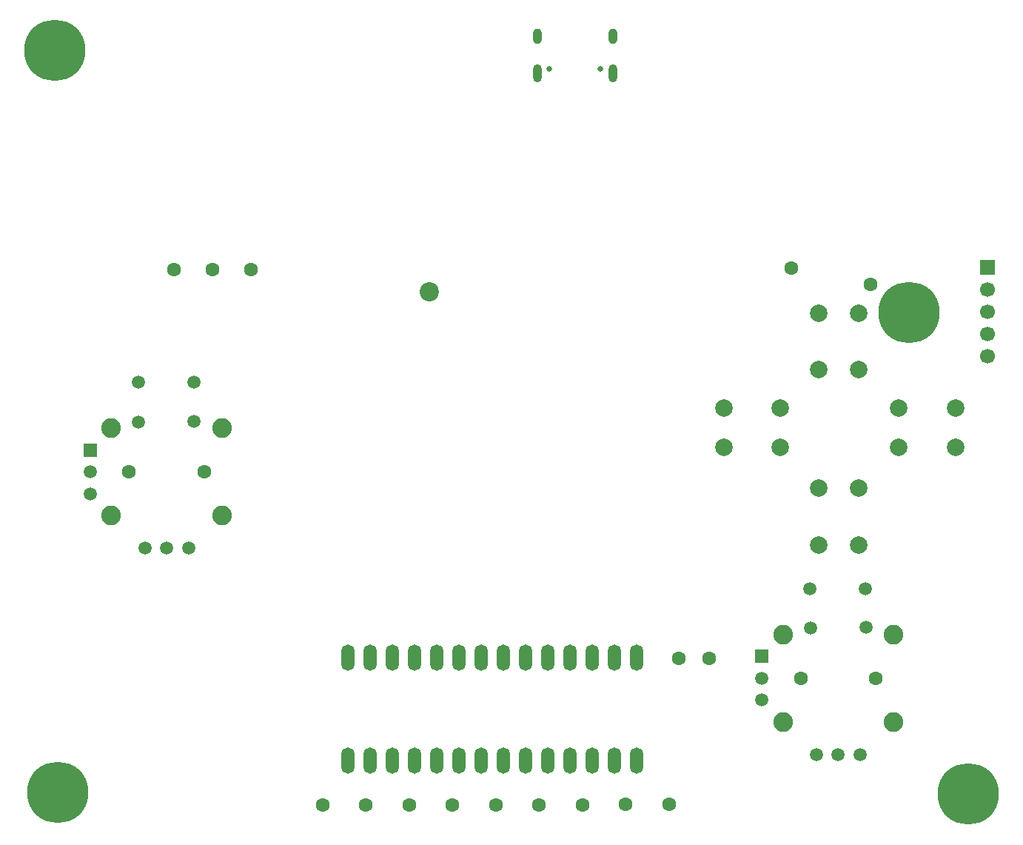
<source format=gbs>
G04 #@! TF.GenerationSoftware,KiCad,Pcbnew,9.0.2*
G04 #@! TF.CreationDate,2025-08-27T11:59:39-05:00*
G04 #@! TF.ProjectId,controller,636f6e74-726f-46c6-9c65-722e6b696361,rev?*
G04 #@! TF.SameCoordinates,Original*
G04 #@! TF.FileFunction,Soldermask,Bot*
G04 #@! TF.FilePolarity,Negative*
%FSLAX46Y46*%
G04 Gerber Fmt 4.6, Leading zero omitted, Abs format (unit mm)*
G04 Created by KiCad (PCBNEW 9.0.2) date 2025-08-27 11:59:39*
%MOMM*%
%LPD*%
G01*
G04 APERTURE LIST*
%ADD10C,2.000000*%
%ADD11C,1.600000*%
%ADD12C,7.000000*%
%ADD13O,1.500000X3.000000*%
%ADD14C,0.650000*%
%ADD15O,1.000000X2.100000*%
%ADD16O,1.000000X1.800000*%
%ADD17C,2.200000*%
%ADD18C,2.250000*%
%ADD19C,1.500000*%
%ADD20R,1.500000X1.500000*%
%ADD21R,1.700000X1.700000*%
%ADD22C,1.700000*%
G04 APERTURE END LIST*
D10*
X179469061Y-87728249D03*
X185969061Y-87728249D03*
X179469061Y-92228249D03*
X185969061Y-92228249D03*
D11*
X100965000Y-71831200D03*
D10*
X170369061Y-103328249D03*
X170369061Y-96828249D03*
X174869061Y-103328249D03*
X174869061Y-96828249D03*
X170369061Y-83328249D03*
X170369061Y-76828249D03*
X174869061Y-83328249D03*
X174869061Y-76828249D03*
D11*
X148267230Y-132994400D03*
D12*
X180640000Y-76820000D03*
D13*
X116484400Y-116246400D03*
X119024400Y-116246400D03*
X121564400Y-116246400D03*
X124104400Y-116246400D03*
X126644400Y-116246400D03*
X129184400Y-116246400D03*
X131724400Y-116246400D03*
X134264400Y-116246400D03*
X136804400Y-116246400D03*
X139344400Y-116246400D03*
X141884400Y-116246400D03*
X144424400Y-116246400D03*
X146964400Y-116246400D03*
X149504400Y-116246400D03*
D14*
X145330000Y-48900000D03*
X139550000Y-48900000D03*
D15*
X146760000Y-49400000D03*
D16*
X146760000Y-45220000D03*
D15*
X138120000Y-49400000D03*
D16*
X138120000Y-45220000D03*
D17*
X125780800Y-74422000D03*
D11*
X176875000Y-118600000D03*
X168275000Y-118600000D03*
D18*
X166250000Y-123600000D03*
X178900000Y-123600000D03*
X178900000Y-113600000D03*
X166250000Y-113600000D03*
D19*
X175720000Y-112800000D03*
X175695000Y-108375000D03*
X169390000Y-112875000D03*
X169345000Y-108375000D03*
D20*
X163845000Y-116100000D03*
D19*
X163845000Y-118600000D03*
X163845000Y-121100000D03*
X170075000Y-127330000D03*
X172575000Y-127330000D03*
X175075000Y-127330000D03*
D11*
X128455230Y-133045200D03*
X105359200Y-71882000D03*
X100050000Y-95000000D03*
X91450000Y-95000000D03*
D18*
X89425000Y-100000000D03*
X102075000Y-100000000D03*
X102075000Y-90000000D03*
X89425000Y-90000000D03*
D19*
X98895000Y-89200000D03*
X98870000Y-84775000D03*
X92565000Y-89275000D03*
X92520000Y-84775000D03*
D20*
X87020000Y-92500000D03*
D19*
X87020000Y-95000000D03*
X87020000Y-97500000D03*
X93250000Y-103730000D03*
X95750000Y-103730000D03*
X98250000Y-103730000D03*
D12*
X83300000Y-131650000D03*
D11*
X123502230Y-133045200D03*
X167182800Y-71729600D03*
X154330400Y-116297200D03*
X157835600Y-116297200D03*
X176276000Y-73558400D03*
D21*
X189600000Y-71620000D03*
D22*
X189600000Y-74160000D03*
X189600000Y-76700000D03*
X189600000Y-79240000D03*
X189600000Y-81780000D03*
D11*
X143314230Y-133045200D03*
X153220230Y-132994400D03*
X113596230Y-133045200D03*
D13*
X116484400Y-127965200D03*
X119024400Y-127965200D03*
X121564400Y-127965200D03*
X124104400Y-127965200D03*
X126644400Y-127965200D03*
X129184400Y-127965200D03*
X131724400Y-127965200D03*
X134264400Y-127965200D03*
X136804400Y-127965200D03*
X139344400Y-127965200D03*
X141884400Y-127965200D03*
X144424400Y-127965200D03*
X146964400Y-127965200D03*
X149504400Y-127965200D03*
D12*
X82978000Y-46808400D03*
D11*
X133408230Y-133045200D03*
X118549230Y-133045200D03*
X138361230Y-133045200D03*
D12*
X187430400Y-131855200D03*
D11*
X96570800Y-71831200D03*
D10*
X159469061Y-87728249D03*
X165969061Y-87728249D03*
X159469061Y-92228249D03*
X165969061Y-92228249D03*
M02*

</source>
